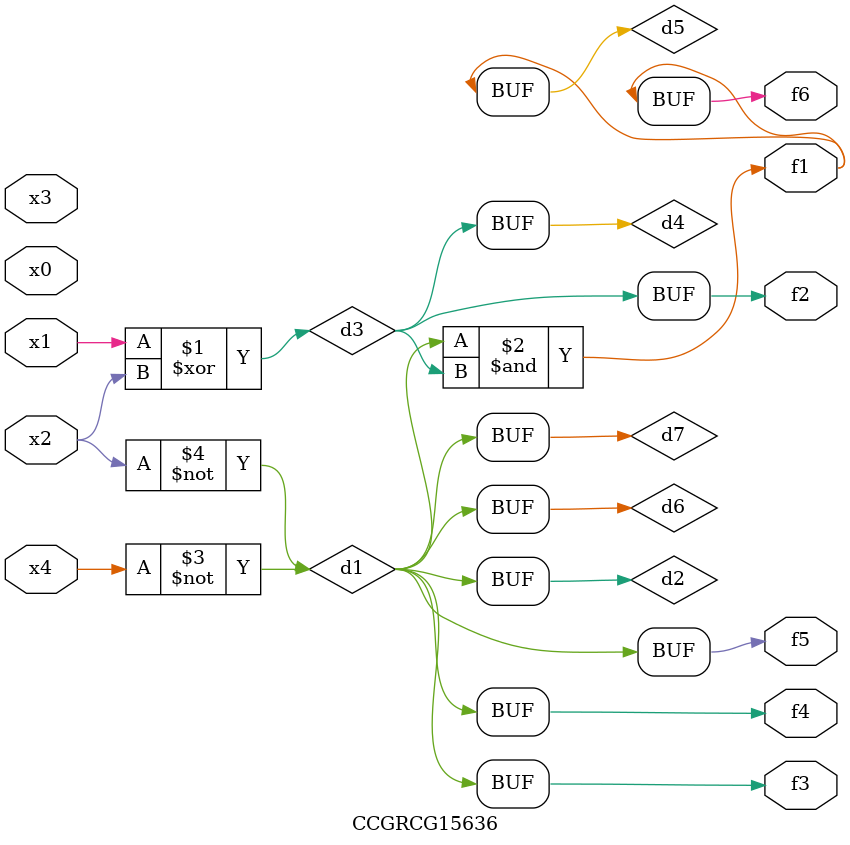
<source format=v>
module CCGRCG15636(
	input x0, x1, x2, x3, x4,
	output f1, f2, f3, f4, f5, f6
);

	wire d1, d2, d3, d4, d5, d6, d7;

	not (d1, x4);
	not (d2, x2);
	xor (d3, x1, x2);
	buf (d4, d3);
	and (d5, d1, d3);
	buf (d6, d1, d2);
	buf (d7, d2);
	assign f1 = d5;
	assign f2 = d4;
	assign f3 = d7;
	assign f4 = d7;
	assign f5 = d7;
	assign f6 = d5;
endmodule

</source>
